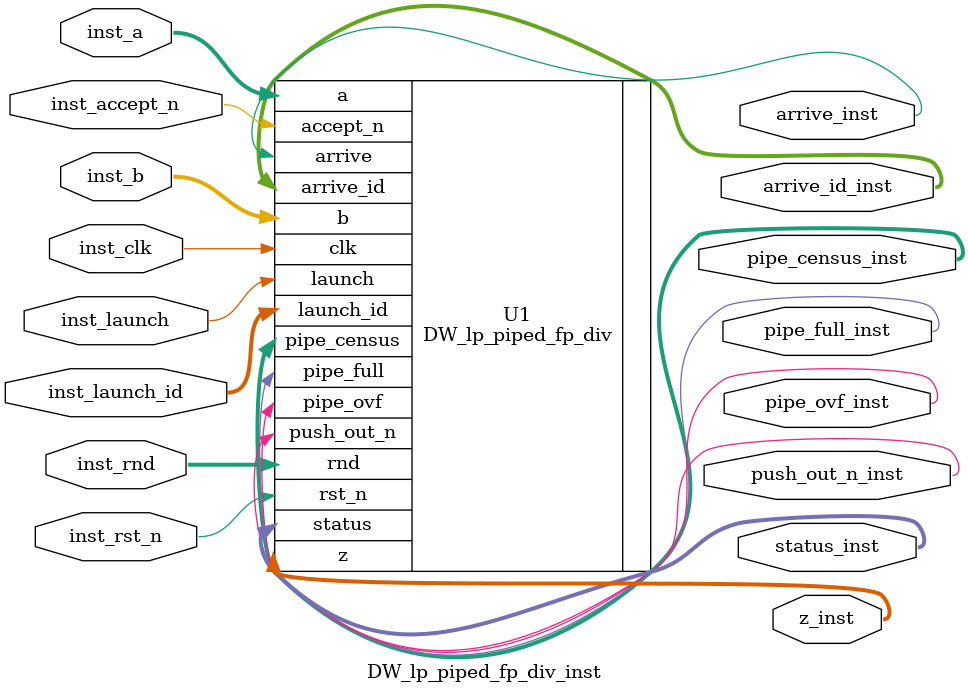
<source format=v>
module DW_lp_piped_fp_div_inst( inst_clk, inst_rst_n, inst_a, inst_b, inst_rnd, 
		z_inst, status_inst, inst_launch, inst_launch_id, pipe_full_inst, 
		pipe_ovf_inst, inst_accept_n, arrive_inst, arrive_id_inst, push_out_n_inst, 
		pipe_census_inst );

parameter sig_width = 23;
parameter exp_width = 8;
parameter ieee_compliance = 0;
parameter faithful_round = 0;
parameter op_iso_mode = 0;
parameter id_width = 8;
parameter in_reg = 0;
parameter stages = 4;
parameter out_reg = 0;
parameter no_pm = 1;
parameter rst_mode = 0;


`define t1 4
`define bit_width_MX_1__in_reg_P_stages_M_1_P_out_reg_P_1 2

input inst_clk;
input inst_rst_n;
input [sig_width+exp_width : 0] inst_a;
input [sig_width+exp_width : 0] inst_b;
input [2 : 0] inst_rnd;
output [sig_width+exp_width : 0] z_inst;
output [7 : 0] status_inst;
input inst_launch;
input [id_width-1 : 0] inst_launch_id;
output pipe_full_inst;
output pipe_ovf_inst;
input inst_accept_n;
output arrive_inst;
output [id_width-1 : 0] arrive_id_inst;
output push_out_n_inst;
output [(`bit_width_MX_1__in_reg_P_stages_M_1_P_out_reg_P_1)-1 : 0] pipe_census_inst;

    // Instance of DW_lp_piped_fp_div
    DW_lp_piped_fp_div #(sig_width,
                         exp_width,
                          ieee_compliance,
                         faithful_round,
                         op_iso_mode,
                         id_width,
                         in_reg,
                         stages,
                         out_reg,
                         no_pm,
                         rst_mode)
	  U1 ( .clk(inst_clk),
               .rst_n(inst_rst_n),
               .a(inst_a),
               .b(inst_b),
               .rnd(inst_rnd),
               .z(z_inst),
               .status(status_inst),
               .launch(inst_launch),
               .launch_id(inst_launch_id),
               .pipe_full(pipe_full_inst),
               .pipe_ovf(pipe_ovf_inst),
               .accept_n(inst_accept_n),
               .arrive(arrive_inst),
               .arrive_id(arrive_id_inst),
               .push_out_n(push_out_n_inst),
               .pipe_census(pipe_census_inst) );

endmodule

</source>
